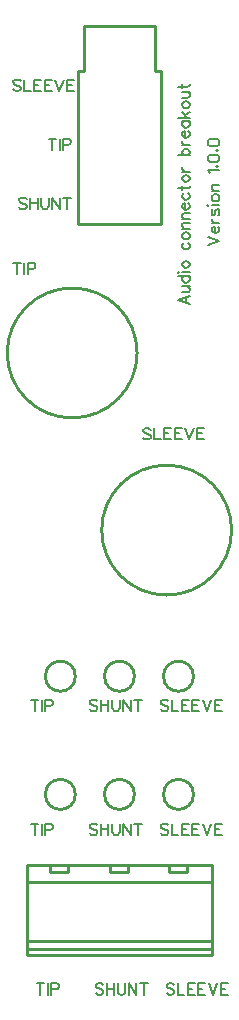
<source format=gto>
G04 Layer: TopSilkLayer*
G04 EasyEDA v6.4.25, 2021-12-02T14:12:09+11:00*
G04 a67cddfb3fce44daa9051d46cbbcc19f,10*
G04 Gerber Generator version 0.2*
G04 Scale: 100 percent, Rotated: No, Reflected: No *
G04 Dimensions in millimeters *
G04 leading zeros omitted , absolute positions ,4 integer and 5 decimal *
%FSLAX45Y45*%
%MOMM*%

%ADD10C,0.2540*%
%ADD16C,0.2032*%

%LPD*%
D16*
X1463547Y887298D02*
G01*
X1454657Y896442D01*
X1440942Y901014D01*
X1422654Y901014D01*
X1409192Y896442D01*
X1400047Y887298D01*
X1400047Y878154D01*
X1404620Y869010D01*
X1409192Y864438D01*
X1418081Y860120D01*
X1445513Y850976D01*
X1454657Y846404D01*
X1458976Y841832D01*
X1463547Y832688D01*
X1463547Y818972D01*
X1454657Y810082D01*
X1440942Y805510D01*
X1422654Y805510D01*
X1409192Y810082D01*
X1400047Y818972D01*
X1493520Y901014D02*
G01*
X1493520Y805510D01*
X1493520Y805510D02*
G01*
X1548129Y805510D01*
X1578102Y901014D02*
G01*
X1578102Y805510D01*
X1578102Y901014D02*
G01*
X1637284Y901014D01*
X1578102Y855548D02*
G01*
X1614423Y855548D01*
X1578102Y805510D02*
G01*
X1637284Y805510D01*
X1667255Y901014D02*
G01*
X1667255Y805510D01*
X1667255Y901014D02*
G01*
X1726437Y901014D01*
X1667255Y855548D02*
G01*
X1703578Y855548D01*
X1667255Y805510D02*
G01*
X1726437Y805510D01*
X1756410Y901014D02*
G01*
X1792731Y805510D01*
X1829054Y901014D02*
G01*
X1792731Y805510D01*
X1859026Y901014D02*
G01*
X1859026Y805510D01*
X1859026Y901014D02*
G01*
X1918207Y901014D01*
X1859026Y855548D02*
G01*
X1895347Y855548D01*
X1859026Y805510D02*
G01*
X1918207Y805510D01*
X863676Y887298D02*
G01*
X854532Y896442D01*
X840816Y901014D01*
X822782Y901014D01*
X809066Y896442D01*
X799922Y887298D01*
X799922Y878154D01*
X804494Y869010D01*
X809066Y864438D01*
X818210Y860120D01*
X845388Y850976D01*
X854532Y846404D01*
X859104Y841832D01*
X863676Y832688D01*
X863676Y818972D01*
X854532Y810082D01*
X840816Y805510D01*
X822782Y805510D01*
X809066Y810082D01*
X799922Y818972D01*
X893648Y901014D02*
G01*
X893648Y805510D01*
X957148Y901014D02*
G01*
X957148Y805510D01*
X893648Y855548D02*
G01*
X957148Y855548D01*
X987374Y901014D02*
G01*
X987374Y832688D01*
X991692Y818972D01*
X1000836Y810082D01*
X1014552Y805510D01*
X1023696Y805510D01*
X1037158Y810082D01*
X1046302Y818972D01*
X1050874Y832688D01*
X1050874Y901014D01*
X1080846Y901014D02*
G01*
X1080846Y805510D01*
X1080846Y901014D02*
G01*
X1144600Y805510D01*
X1144600Y901014D02*
G01*
X1144600Y805510D01*
X1206322Y901014D02*
G01*
X1206322Y805510D01*
X1174572Y901014D02*
G01*
X1238072Y901014D01*
X331901Y900937D02*
G01*
X331901Y805434D01*
X299897Y900937D02*
G01*
X363651Y900937D01*
X393623Y900937D02*
G01*
X393623Y805434D01*
X423595Y900937D02*
G01*
X423595Y805434D01*
X423595Y900937D02*
G01*
X464489Y900937D01*
X478205Y896365D01*
X482777Y891794D01*
X487349Y882650D01*
X487349Y869187D01*
X482777Y860044D01*
X478205Y855471D01*
X464489Y850900D01*
X423595Y850900D01*
X813676Y2237298D02*
G01*
X804532Y2246442D01*
X790816Y2251014D01*
X772782Y2251014D01*
X759066Y2246442D01*
X749922Y2237298D01*
X749922Y2228154D01*
X754494Y2219010D01*
X759066Y2214438D01*
X768210Y2210120D01*
X795388Y2200976D01*
X804532Y2196404D01*
X809104Y2191832D01*
X813676Y2182688D01*
X813676Y2168972D01*
X804532Y2160082D01*
X790816Y2155510D01*
X772782Y2155510D01*
X759066Y2160082D01*
X749922Y2168972D01*
X843648Y2251014D02*
G01*
X843648Y2155510D01*
X907148Y2251014D02*
G01*
X907148Y2155510D01*
X843648Y2205548D02*
G01*
X907148Y2205548D01*
X937374Y2251014D02*
G01*
X937374Y2182688D01*
X941692Y2168972D01*
X950836Y2160082D01*
X964552Y2155510D01*
X973696Y2155510D01*
X987158Y2160082D01*
X996302Y2168972D01*
X1000874Y2182688D01*
X1000874Y2251014D01*
X1030846Y2251014D02*
G01*
X1030846Y2155510D01*
X1030846Y2251014D02*
G01*
X1094600Y2155510D01*
X1094600Y2251014D02*
G01*
X1094600Y2155510D01*
X1156322Y2251014D02*
G01*
X1156322Y2155510D01*
X1124572Y2251014D02*
G01*
X1188072Y2251014D01*
X281901Y2250937D02*
G01*
X281901Y2155433D01*
X249897Y2250937D02*
G01*
X313651Y2250937D01*
X343623Y2250937D02*
G01*
X343623Y2155433D01*
X373595Y2250937D02*
G01*
X373595Y2155433D01*
X373595Y2250937D02*
G01*
X414489Y2250937D01*
X428205Y2246365D01*
X432777Y2241793D01*
X437349Y2232649D01*
X437349Y2219187D01*
X432777Y2210043D01*
X428205Y2205471D01*
X414489Y2200899D01*
X373595Y2200899D01*
X1413548Y2237298D02*
G01*
X1404658Y2246442D01*
X1390942Y2251014D01*
X1372654Y2251014D01*
X1359192Y2246442D01*
X1350048Y2237298D01*
X1350048Y2228154D01*
X1354620Y2219010D01*
X1359192Y2214438D01*
X1368082Y2210120D01*
X1395514Y2200976D01*
X1404658Y2196404D01*
X1408976Y2191832D01*
X1413548Y2182688D01*
X1413548Y2168972D01*
X1404658Y2160082D01*
X1390942Y2155510D01*
X1372654Y2155510D01*
X1359192Y2160082D01*
X1350048Y2168972D01*
X1443520Y2251014D02*
G01*
X1443520Y2155510D01*
X1443520Y2155510D02*
G01*
X1498130Y2155510D01*
X1528102Y2251014D02*
G01*
X1528102Y2155510D01*
X1528102Y2251014D02*
G01*
X1587284Y2251014D01*
X1528102Y2205548D02*
G01*
X1564424Y2205548D01*
X1528102Y2155510D02*
G01*
X1587284Y2155510D01*
X1617256Y2251014D02*
G01*
X1617256Y2155510D01*
X1617256Y2251014D02*
G01*
X1676438Y2251014D01*
X1617256Y2205548D02*
G01*
X1653578Y2205548D01*
X1617256Y2155510D02*
G01*
X1676438Y2155510D01*
X1706410Y2251014D02*
G01*
X1742732Y2155510D01*
X1779054Y2251014D02*
G01*
X1742732Y2155510D01*
X1809026Y2251014D02*
G01*
X1809026Y2155510D01*
X1809026Y2251014D02*
G01*
X1868208Y2251014D01*
X1809026Y2205548D02*
G01*
X1845348Y2205548D01*
X1809026Y2155510D02*
G01*
X1868208Y2155510D01*
X813676Y3287298D02*
G01*
X804532Y3296442D01*
X790816Y3301014D01*
X772782Y3301014D01*
X759066Y3296442D01*
X749922Y3287298D01*
X749922Y3278154D01*
X754494Y3269010D01*
X759066Y3264438D01*
X768210Y3260120D01*
X795388Y3250976D01*
X804532Y3246404D01*
X809104Y3241832D01*
X813676Y3232688D01*
X813676Y3218972D01*
X804532Y3210082D01*
X790816Y3205510D01*
X772782Y3205510D01*
X759066Y3210082D01*
X749922Y3218972D01*
X843648Y3301014D02*
G01*
X843648Y3205510D01*
X907148Y3301014D02*
G01*
X907148Y3205510D01*
X843648Y3255548D02*
G01*
X907148Y3255548D01*
X937374Y3301014D02*
G01*
X937374Y3232688D01*
X941692Y3218972D01*
X950836Y3210082D01*
X964552Y3205510D01*
X973696Y3205510D01*
X987158Y3210082D01*
X996302Y3218972D01*
X1000874Y3232688D01*
X1000874Y3301014D01*
X1030846Y3301014D02*
G01*
X1030846Y3205510D01*
X1030846Y3301014D02*
G01*
X1094600Y3205510D01*
X1094600Y3301014D02*
G01*
X1094600Y3205510D01*
X1156322Y3301014D02*
G01*
X1156322Y3205510D01*
X1124572Y3301014D02*
G01*
X1188072Y3301014D01*
X281901Y3300938D02*
G01*
X281901Y3205434D01*
X249897Y3300938D02*
G01*
X313651Y3300938D01*
X343623Y3300938D02*
G01*
X343623Y3205434D01*
X373595Y3300938D02*
G01*
X373595Y3205434D01*
X373595Y3300938D02*
G01*
X414489Y3300938D01*
X428205Y3296366D01*
X432777Y3291794D01*
X437349Y3282650D01*
X437349Y3269188D01*
X432777Y3260044D01*
X428205Y3255472D01*
X414489Y3250900D01*
X373595Y3250900D01*
X1413548Y3287298D02*
G01*
X1404658Y3296442D01*
X1390942Y3301014D01*
X1372654Y3301014D01*
X1359192Y3296442D01*
X1350048Y3287298D01*
X1350048Y3278154D01*
X1354620Y3269010D01*
X1359192Y3264438D01*
X1368082Y3260120D01*
X1395514Y3250976D01*
X1404658Y3246404D01*
X1408976Y3241832D01*
X1413548Y3232688D01*
X1413548Y3218972D01*
X1404658Y3210082D01*
X1390942Y3205510D01*
X1372654Y3205510D01*
X1359192Y3210082D01*
X1350048Y3218972D01*
X1443520Y3301014D02*
G01*
X1443520Y3205510D01*
X1443520Y3205510D02*
G01*
X1498130Y3205510D01*
X1528102Y3301014D02*
G01*
X1528102Y3205510D01*
X1528102Y3301014D02*
G01*
X1587284Y3301014D01*
X1528102Y3255548D02*
G01*
X1564424Y3255548D01*
X1528102Y3205510D02*
G01*
X1587284Y3205510D01*
X1617256Y3301014D02*
G01*
X1617256Y3205510D01*
X1617256Y3301014D02*
G01*
X1676438Y3301014D01*
X1617256Y3255548D02*
G01*
X1653578Y3255548D01*
X1617256Y3205510D02*
G01*
X1676438Y3205510D01*
X1706410Y3301014D02*
G01*
X1742732Y3205510D01*
X1779054Y3301014D02*
G01*
X1742732Y3205510D01*
X1809026Y3301014D02*
G01*
X1809026Y3205510D01*
X1809026Y3301014D02*
G01*
X1868208Y3301014D01*
X1809026Y3255548D02*
G01*
X1845348Y3255548D01*
X1809026Y3205510D02*
G01*
X1868208Y3205510D01*
X131902Y7000938D02*
G01*
X131902Y6905434D01*
X99898Y7000938D02*
G01*
X163652Y7000938D01*
X193624Y7000938D02*
G01*
X193624Y6905434D01*
X223596Y7000938D02*
G01*
X223596Y6905434D01*
X223596Y7000938D02*
G01*
X264490Y7000938D01*
X278206Y6996366D01*
X282778Y6991794D01*
X287350Y6982650D01*
X287350Y6969188D01*
X282778Y6960044D01*
X278206Y6955472D01*
X264490Y6950900D01*
X223596Y6950900D01*
X1263548Y5587296D02*
G01*
X1254658Y5596440D01*
X1240942Y5601012D01*
X1222654Y5601012D01*
X1209192Y5596440D01*
X1200048Y5587296D01*
X1200048Y5578152D01*
X1204620Y5569008D01*
X1209192Y5564436D01*
X1218082Y5560118D01*
X1245514Y5550974D01*
X1254658Y5546402D01*
X1258976Y5541830D01*
X1263548Y5532686D01*
X1263548Y5518970D01*
X1254658Y5510080D01*
X1240942Y5505508D01*
X1222654Y5505508D01*
X1209192Y5510080D01*
X1200048Y5518970D01*
X1293520Y5601012D02*
G01*
X1293520Y5505508D01*
X1293520Y5505508D02*
G01*
X1348130Y5505508D01*
X1378102Y5601012D02*
G01*
X1378102Y5505508D01*
X1378102Y5601012D02*
G01*
X1437284Y5601012D01*
X1378102Y5555546D02*
G01*
X1414424Y5555546D01*
X1378102Y5505508D02*
G01*
X1437284Y5505508D01*
X1467256Y5601012D02*
G01*
X1467256Y5505508D01*
X1467256Y5601012D02*
G01*
X1526438Y5601012D01*
X1467256Y5555546D02*
G01*
X1503578Y5555546D01*
X1467256Y5505508D02*
G01*
X1526438Y5505508D01*
X1556410Y5601012D02*
G01*
X1592732Y5505508D01*
X1629054Y5601012D02*
G01*
X1592732Y5505508D01*
X1659026Y5601012D02*
G01*
X1659026Y5505508D01*
X1659026Y5601012D02*
G01*
X1718208Y5601012D01*
X1659026Y5555546D02*
G01*
X1695348Y5555546D01*
X1659026Y5505508D02*
G01*
X1718208Y5505508D01*
X213674Y7537297D02*
G01*
X204530Y7546441D01*
X190814Y7551013D01*
X172780Y7551013D01*
X159064Y7546441D01*
X149920Y7537297D01*
X149920Y7528153D01*
X154492Y7519009D01*
X159064Y7514437D01*
X168208Y7510119D01*
X195386Y7500975D01*
X204530Y7496403D01*
X209102Y7491831D01*
X213674Y7482687D01*
X213674Y7468971D01*
X204530Y7460081D01*
X190814Y7455509D01*
X172780Y7455509D01*
X159064Y7460081D01*
X149920Y7468971D01*
X243646Y7551013D02*
G01*
X243646Y7455509D01*
X307146Y7551013D02*
G01*
X307146Y7455509D01*
X243646Y7505547D02*
G01*
X307146Y7505547D01*
X337372Y7551013D02*
G01*
X337372Y7482687D01*
X341690Y7468971D01*
X350834Y7460081D01*
X364550Y7455509D01*
X373694Y7455509D01*
X387156Y7460081D01*
X396300Y7468971D01*
X400872Y7482687D01*
X400872Y7551013D01*
X430844Y7551013D02*
G01*
X430844Y7455509D01*
X430844Y7551013D02*
G01*
X494598Y7455509D01*
X494598Y7551013D02*
G01*
X494598Y7455509D01*
X556320Y7551013D02*
G01*
X556320Y7455509D01*
X524570Y7551013D02*
G01*
X588070Y7551013D01*
X431901Y8050936D02*
G01*
X431901Y7955432D01*
X399897Y8050936D02*
G01*
X463651Y8050936D01*
X493623Y8050936D02*
G01*
X493623Y7955432D01*
X523595Y8050936D02*
G01*
X523595Y7955432D01*
X523595Y8050936D02*
G01*
X564489Y8050936D01*
X578205Y8046364D01*
X582777Y8041792D01*
X587349Y8032648D01*
X587349Y8019186D01*
X582777Y8010042D01*
X578205Y8005470D01*
X564489Y8000898D01*
X523595Y8000898D01*
X163548Y8537298D02*
G01*
X154658Y8546442D01*
X140942Y8551014D01*
X122654Y8551014D01*
X109192Y8546442D01*
X100048Y8537298D01*
X100048Y8528154D01*
X104620Y8519010D01*
X109192Y8514438D01*
X118082Y8510120D01*
X145514Y8500976D01*
X154658Y8496404D01*
X158976Y8491832D01*
X163548Y8482688D01*
X163548Y8468972D01*
X154658Y8460082D01*
X140942Y8455510D01*
X122654Y8455510D01*
X109192Y8460082D01*
X100048Y8468972D01*
X193520Y8551014D02*
G01*
X193520Y8455510D01*
X193520Y8455510D02*
G01*
X248130Y8455510D01*
X278102Y8551014D02*
G01*
X278102Y8455510D01*
X278102Y8551014D02*
G01*
X337284Y8551014D01*
X278102Y8505548D02*
G01*
X314424Y8505548D01*
X278102Y8455510D02*
G01*
X337284Y8455510D01*
X367256Y8551014D02*
G01*
X367256Y8455510D01*
X367256Y8551014D02*
G01*
X426438Y8551014D01*
X367256Y8505548D02*
G01*
X403578Y8505548D01*
X367256Y8455510D02*
G01*
X426438Y8455510D01*
X456410Y8551014D02*
G01*
X492732Y8455510D01*
X529054Y8551014D02*
G01*
X492732Y8455510D01*
X559026Y8551014D02*
G01*
X559026Y8455510D01*
X559026Y8551014D02*
G01*
X618208Y8551014D01*
X559026Y8505548D02*
G01*
X595348Y8505548D01*
X559026Y8455510D02*
G01*
X618208Y8455510D01*
X1749201Y7150120D02*
G01*
X1844451Y7186442D01*
X1749201Y7222764D02*
G01*
X1844451Y7186442D01*
X1808129Y7252736D02*
G01*
X1808129Y7307346D01*
X1798985Y7307346D01*
X1790095Y7302774D01*
X1785523Y7298202D01*
X1780951Y7289058D01*
X1780951Y7275342D01*
X1785523Y7266452D01*
X1794667Y7257308D01*
X1808129Y7252736D01*
X1817273Y7252736D01*
X1830989Y7257308D01*
X1839879Y7266452D01*
X1844451Y7275342D01*
X1844451Y7289058D01*
X1839879Y7298202D01*
X1830989Y7307346D01*
X1780951Y7337318D02*
G01*
X1844451Y7337318D01*
X1808129Y7337318D02*
G01*
X1794667Y7341890D01*
X1785523Y7351034D01*
X1780951Y7359924D01*
X1780951Y7373640D01*
X1794667Y7453650D02*
G01*
X1785523Y7449078D01*
X1780951Y7435362D01*
X1780951Y7421900D01*
X1785523Y7408184D01*
X1794667Y7403612D01*
X1803557Y7408184D01*
X1808129Y7417328D01*
X1812701Y7439934D01*
X1817273Y7449078D01*
X1826417Y7453650D01*
X1830989Y7453650D01*
X1839879Y7449078D01*
X1844451Y7435362D01*
X1844451Y7421900D01*
X1839879Y7408184D01*
X1830989Y7403612D01*
X1749201Y7483622D02*
G01*
X1753519Y7488194D01*
X1749201Y7492766D01*
X1744629Y7488194D01*
X1749201Y7483622D01*
X1780951Y7488194D02*
G01*
X1844451Y7488194D01*
X1780951Y7545344D02*
G01*
X1785523Y7536454D01*
X1794667Y7527310D01*
X1808129Y7522738D01*
X1817273Y7522738D01*
X1830989Y7527310D01*
X1839879Y7536454D01*
X1844451Y7545344D01*
X1844451Y7559060D01*
X1839879Y7568204D01*
X1830989Y7577348D01*
X1817273Y7581920D01*
X1808129Y7581920D01*
X1794667Y7577348D01*
X1785523Y7568204D01*
X1780951Y7559060D01*
X1780951Y7545344D01*
X1780951Y7611892D02*
G01*
X1844451Y7611892D01*
X1798985Y7611892D02*
G01*
X1785523Y7625354D01*
X1780951Y7634498D01*
X1780951Y7648214D01*
X1785523Y7657358D01*
X1798985Y7661930D01*
X1844451Y7661930D01*
X1767235Y7761752D02*
G01*
X1762663Y7770896D01*
X1749201Y7784612D01*
X1844451Y7784612D01*
X1821845Y7819156D02*
G01*
X1826417Y7814584D01*
X1830989Y7819156D01*
X1826417Y7823728D01*
X1821845Y7819156D01*
X1749201Y7880878D02*
G01*
X1753519Y7867162D01*
X1767235Y7858272D01*
X1790095Y7853700D01*
X1803557Y7853700D01*
X1826417Y7858272D01*
X1839879Y7867162D01*
X1844451Y7880878D01*
X1844451Y7890022D01*
X1839879Y7903738D01*
X1826417Y7912628D01*
X1803557Y7917200D01*
X1790095Y7917200D01*
X1767235Y7912628D01*
X1753519Y7903738D01*
X1749201Y7890022D01*
X1749201Y7880878D01*
X1821845Y7951744D02*
G01*
X1826417Y7947172D01*
X1830989Y7951744D01*
X1826417Y7956316D01*
X1821845Y7951744D01*
X1749201Y8013720D02*
G01*
X1753519Y8000004D01*
X1767235Y7990860D01*
X1790095Y7986288D01*
X1803557Y7986288D01*
X1826417Y7990860D01*
X1839879Y8000004D01*
X1844451Y8013720D01*
X1844451Y8022610D01*
X1839879Y8036326D01*
X1826417Y8045470D01*
X1803557Y8050042D01*
X1790095Y8050042D01*
X1767235Y8045470D01*
X1753519Y8036326D01*
X1749201Y8022610D01*
X1749201Y8013720D01*
X1499151Y6686440D02*
G01*
X1594655Y6650118D01*
X1499151Y6686440D02*
G01*
X1594655Y6722762D01*
X1562651Y6663580D02*
G01*
X1562651Y6709046D01*
X1530901Y6752734D02*
G01*
X1576367Y6752734D01*
X1590083Y6757306D01*
X1594655Y6766450D01*
X1594655Y6779912D01*
X1590083Y6789056D01*
X1576367Y6802772D01*
X1530901Y6802772D02*
G01*
X1594655Y6802772D01*
X1499151Y6887354D02*
G01*
X1594655Y6887354D01*
X1544617Y6887354D02*
G01*
X1535473Y6878210D01*
X1530901Y6869066D01*
X1530901Y6855350D01*
X1535473Y6846460D01*
X1544617Y6837316D01*
X1558079Y6832744D01*
X1567223Y6832744D01*
X1580939Y6837316D01*
X1590083Y6846460D01*
X1594655Y6855350D01*
X1594655Y6869066D01*
X1590083Y6878210D01*
X1580939Y6887354D01*
X1499151Y6917326D02*
G01*
X1503723Y6921898D01*
X1499151Y6926470D01*
X1494579Y6921898D01*
X1499151Y6917326D01*
X1530901Y6921898D02*
G01*
X1594655Y6921898D01*
X1530901Y6979048D02*
G01*
X1535473Y6969904D01*
X1544617Y6961014D01*
X1558079Y6956442D01*
X1567223Y6956442D01*
X1580939Y6961014D01*
X1590083Y6969904D01*
X1594655Y6979048D01*
X1594655Y6992764D01*
X1590083Y7001908D01*
X1580939Y7010798D01*
X1567223Y7015370D01*
X1558079Y7015370D01*
X1544617Y7010798D01*
X1535473Y7001908D01*
X1530901Y6992764D01*
X1530901Y6979048D01*
X1544617Y7170056D02*
G01*
X1535473Y7160912D01*
X1530901Y7151768D01*
X1530901Y7138306D01*
X1535473Y7129162D01*
X1544617Y7120018D01*
X1558079Y7115446D01*
X1567223Y7115446D01*
X1580939Y7120018D01*
X1590083Y7129162D01*
X1594655Y7138306D01*
X1594655Y7151768D01*
X1590083Y7160912D01*
X1580939Y7170056D01*
X1530901Y7222634D02*
G01*
X1535473Y7213744D01*
X1544617Y7204600D01*
X1558079Y7200028D01*
X1567223Y7200028D01*
X1580939Y7204600D01*
X1590083Y7213744D01*
X1594655Y7222634D01*
X1594655Y7236350D01*
X1590083Y7245494D01*
X1580939Y7254638D01*
X1567223Y7259210D01*
X1558079Y7259210D01*
X1544617Y7254638D01*
X1535473Y7245494D01*
X1530901Y7236350D01*
X1530901Y7222634D01*
X1530901Y7289182D02*
G01*
X1594655Y7289182D01*
X1549189Y7289182D02*
G01*
X1535473Y7302644D01*
X1530901Y7311788D01*
X1530901Y7325504D01*
X1535473Y7334648D01*
X1549189Y7338966D01*
X1594655Y7338966D01*
X1530901Y7369192D02*
G01*
X1594655Y7369192D01*
X1549189Y7369192D02*
G01*
X1535473Y7382654D01*
X1530901Y7391798D01*
X1530901Y7405514D01*
X1535473Y7414658D01*
X1549189Y7418976D01*
X1594655Y7418976D01*
X1558079Y7449202D02*
G01*
X1558079Y7503558D01*
X1549189Y7503558D01*
X1540045Y7498986D01*
X1535473Y7494668D01*
X1530901Y7485524D01*
X1530901Y7471808D01*
X1535473Y7462664D01*
X1544617Y7453520D01*
X1558079Y7449202D01*
X1567223Y7449202D01*
X1580939Y7453520D01*
X1590083Y7462664D01*
X1594655Y7471808D01*
X1594655Y7485524D01*
X1590083Y7494668D01*
X1580939Y7503558D01*
X1544617Y7588140D02*
G01*
X1535473Y7578996D01*
X1530901Y7570106D01*
X1530901Y7556390D01*
X1535473Y7547246D01*
X1544617Y7538102D01*
X1558079Y7533530D01*
X1567223Y7533530D01*
X1580939Y7538102D01*
X1590083Y7547246D01*
X1594655Y7556390D01*
X1594655Y7570106D01*
X1590083Y7578996D01*
X1580939Y7588140D01*
X1499151Y7631828D02*
G01*
X1576367Y7631828D01*
X1590083Y7636400D01*
X1594655Y7645544D01*
X1594655Y7654434D01*
X1530901Y7618112D02*
G01*
X1530901Y7650116D01*
X1530901Y7707266D02*
G01*
X1535473Y7698122D01*
X1544617Y7688978D01*
X1558079Y7684660D01*
X1567223Y7684660D01*
X1580939Y7688978D01*
X1590083Y7698122D01*
X1594655Y7707266D01*
X1594655Y7720982D01*
X1590083Y7729872D01*
X1580939Y7739016D01*
X1567223Y7743588D01*
X1558079Y7743588D01*
X1544617Y7739016D01*
X1535473Y7729872D01*
X1530901Y7720982D01*
X1530901Y7707266D01*
X1530901Y7773560D02*
G01*
X1594655Y7773560D01*
X1558079Y7773560D02*
G01*
X1544617Y7778132D01*
X1535473Y7787276D01*
X1530901Y7796420D01*
X1530901Y7809882D01*
X1499151Y7909958D02*
G01*
X1594655Y7909958D01*
X1544617Y7909958D02*
G01*
X1535473Y7919102D01*
X1530901Y7928246D01*
X1530901Y7941708D01*
X1535473Y7950852D01*
X1544617Y7959996D01*
X1558079Y7964568D01*
X1567223Y7964568D01*
X1580939Y7959996D01*
X1590083Y7950852D01*
X1594655Y7941708D01*
X1594655Y7928246D01*
X1590083Y7919102D01*
X1580939Y7909958D01*
X1530901Y7994540D02*
G01*
X1594655Y7994540D01*
X1558079Y7994540D02*
G01*
X1544617Y7999112D01*
X1535473Y8008256D01*
X1530901Y8017146D01*
X1530901Y8030862D01*
X1558079Y8060834D02*
G01*
X1558079Y8115444D01*
X1549189Y8115444D01*
X1540045Y8110872D01*
X1535473Y8106300D01*
X1530901Y8097156D01*
X1530901Y8083694D01*
X1535473Y8074550D01*
X1544617Y8065406D01*
X1558079Y8060834D01*
X1567223Y8060834D01*
X1580939Y8065406D01*
X1590083Y8074550D01*
X1594655Y8083694D01*
X1594655Y8097156D01*
X1590083Y8106300D01*
X1580939Y8115444D01*
X1530901Y8200026D02*
G01*
X1594655Y8200026D01*
X1544617Y8200026D02*
G01*
X1535473Y8190882D01*
X1530901Y8181738D01*
X1530901Y8168276D01*
X1535473Y8159132D01*
X1544617Y8149988D01*
X1558079Y8145416D01*
X1567223Y8145416D01*
X1580939Y8149988D01*
X1590083Y8159132D01*
X1594655Y8168276D01*
X1594655Y8181738D01*
X1590083Y8190882D01*
X1580939Y8200026D01*
X1499151Y8229998D02*
G01*
X1594655Y8229998D01*
X1530901Y8275464D02*
G01*
X1576367Y8229998D01*
X1558079Y8248286D02*
G01*
X1594655Y8280036D01*
X1530901Y8332614D02*
G01*
X1535473Y8323724D01*
X1544617Y8314580D01*
X1558079Y8310008D01*
X1567223Y8310008D01*
X1580939Y8314580D01*
X1590083Y8323724D01*
X1594655Y8332614D01*
X1594655Y8346330D01*
X1590083Y8355474D01*
X1580939Y8364618D01*
X1567223Y8369190D01*
X1558079Y8369190D01*
X1544617Y8364618D01*
X1535473Y8355474D01*
X1530901Y8346330D01*
X1530901Y8332614D01*
X1530901Y8399162D02*
G01*
X1576367Y8399162D01*
X1590083Y8403734D01*
X1594655Y8412624D01*
X1594655Y8426340D01*
X1590083Y8435484D01*
X1576367Y8449200D01*
X1530901Y8449200D02*
G01*
X1594655Y8449200D01*
X1499151Y8492634D02*
G01*
X1576367Y8492634D01*
X1590083Y8497206D01*
X1594655Y8506350D01*
X1594655Y8515494D01*
X1530901Y8479172D02*
G01*
X1530901Y8510922D01*
D10*
X221947Y1899922D02*
G01*
X1779932Y1899922D01*
X1779932Y1900938D02*
G01*
X1779932Y1140919D01*
X221947Y1753897D02*
G01*
X1779932Y1753897D01*
X221947Y1254914D02*
G01*
X1779932Y1254914D01*
X412117Y1893089D02*
G01*
X412117Y1839089D01*
X565101Y1839089D01*
X565101Y1893089D01*
X221947Y1137922D02*
G01*
X1779932Y1137922D01*
X221947Y1191922D02*
G01*
X1779932Y1191922D01*
X218950Y1897941D02*
G01*
X218950Y1137922D01*
X922987Y1894055D02*
G01*
X922987Y1840054D01*
X1075971Y1840054D01*
X1075971Y1894055D01*
X1422783Y1897052D02*
G01*
X1422783Y1843051D01*
X1575767Y1843051D01*
X1575767Y1897052D01*
X1299999Y8625004D02*
G01*
X1349999Y8625004D01*
X650001Y8625004D02*
G01*
X700001Y8625004D01*
X700001Y9005003D02*
G01*
X1299999Y9005003D01*
X700001Y8625004D02*
G01*
X700001Y9005003D01*
X1299999Y8625004D02*
G01*
X1299999Y9005003D01*
X650001Y7325004D02*
G01*
X1349999Y7325004D01*
X1349999Y7325004D01*
X650001Y8625004D02*
G01*
X650001Y7325004D01*
X1349999Y8625004D02*
G01*
X1349999Y7325004D01*
G75*
G01
X1626997Y3499993D02*
G03X1626997Y3499993I-127000J0D01*
G75*
G01
X1126998Y3499993D02*
G03X1126998Y3499993I-127000J0D01*
G75*
G01
X1126998Y2499995D02*
G03X1126998Y2499995I-127000J0D01*
G75*
G01
X626999Y2499995D02*
G03X626999Y2499995I-127000J0D01*
G75*
G01
X626999Y3499993D02*
G03X626999Y3499993I-127000J0D01*
G75*
G01
X1626997Y2499995D02*
G03X1626997Y2499995I-127000J0D01*
G75*
G01
X1150010Y6237300D02*
G03X1150010Y6237300I-550012J0D01*
G75*
G01
X1950009Y4737303D02*
G03X1950009Y4737303I-550012J0D01*
M02*

</source>
